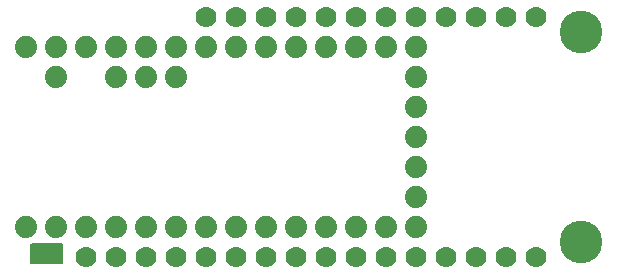
<source format=gbr>
G04 EAGLE Gerber RS-274X export*
G75*
%MOMM*%
%FSLAX34Y34*%
%LPD*%
%INSoldermask Bottom*%
%IPPOS*%
%AMOC8*
5,1,8,0,0,1.08239X$1,22.5*%
G01*
%ADD10C,3.617600*%
%ADD11C,1.778000*%
%ADD12C,1.879600*%
%ADD13R,1.270000X1.701800*%
%ADD14R,0.736600X0.304800*%

G36*
X43298Y6366D02*
X43298Y6366D01*
X43417Y6373D01*
X43455Y6386D01*
X43496Y6391D01*
X43606Y6434D01*
X43719Y6471D01*
X43754Y6493D01*
X43791Y6508D01*
X43887Y6578D01*
X43988Y6641D01*
X44016Y6671D01*
X44049Y6694D01*
X44125Y6786D01*
X44206Y6873D01*
X44226Y6908D01*
X44251Y6939D01*
X44302Y7047D01*
X44360Y7151D01*
X44370Y7191D01*
X44387Y7227D01*
X44409Y7344D01*
X44439Y7459D01*
X44443Y7520D01*
X44447Y7540D01*
X44445Y7560D01*
X44449Y7620D01*
X44449Y22860D01*
X44434Y22978D01*
X44427Y23097D01*
X44414Y23135D01*
X44409Y23176D01*
X44366Y23286D01*
X44329Y23399D01*
X44307Y23434D01*
X44292Y23471D01*
X44223Y23567D01*
X44159Y23668D01*
X44129Y23696D01*
X44106Y23729D01*
X44014Y23805D01*
X43927Y23886D01*
X43892Y23906D01*
X43861Y23931D01*
X43753Y23982D01*
X43649Y24040D01*
X43609Y24050D01*
X43573Y24067D01*
X43456Y24089D01*
X43341Y24119D01*
X43281Y24123D01*
X43261Y24127D01*
X43240Y24125D01*
X43180Y24129D01*
X17780Y24129D01*
X17662Y24114D01*
X17543Y24107D01*
X17505Y24094D01*
X17464Y24089D01*
X17354Y24046D01*
X17241Y24009D01*
X17206Y23987D01*
X17169Y23972D01*
X17073Y23903D01*
X16972Y23839D01*
X16944Y23809D01*
X16911Y23786D01*
X16836Y23694D01*
X16754Y23607D01*
X16734Y23572D01*
X16709Y23541D01*
X16658Y23433D01*
X16600Y23329D01*
X16590Y23289D01*
X16573Y23253D01*
X16551Y23136D01*
X16521Y23021D01*
X16517Y22961D01*
X16513Y22941D01*
X16514Y22934D01*
X16513Y22932D01*
X16514Y22916D01*
X16511Y22860D01*
X16511Y7620D01*
X16526Y7502D01*
X16533Y7383D01*
X16546Y7345D01*
X16551Y7304D01*
X16594Y7194D01*
X16631Y7081D01*
X16653Y7046D01*
X16668Y7009D01*
X16738Y6913D01*
X16801Y6812D01*
X16831Y6784D01*
X16854Y6751D01*
X16946Y6676D01*
X17033Y6594D01*
X17068Y6574D01*
X17099Y6549D01*
X17207Y6498D01*
X17311Y6440D01*
X17351Y6430D01*
X17387Y6413D01*
X17504Y6391D01*
X17619Y6361D01*
X17680Y6357D01*
X17700Y6353D01*
X17720Y6355D01*
X17780Y6351D01*
X43180Y6351D01*
X43298Y6366D01*
G37*
D10*
X482600Y203200D03*
X482600Y25400D03*
D11*
X444500Y12700D03*
X419100Y12700D03*
X393700Y12700D03*
X368300Y12700D03*
X342900Y12700D03*
X317500Y12700D03*
X292100Y12700D03*
X266700Y12700D03*
X241300Y12700D03*
X215900Y12700D03*
X190500Y12700D03*
X165100Y12700D03*
X139700Y12700D03*
X114300Y12700D03*
X88900Y12700D03*
X63500Y12700D03*
X165100Y215900D03*
X190500Y215900D03*
X215900Y215900D03*
X241300Y215900D03*
X266700Y215900D03*
X292100Y215900D03*
X317500Y215900D03*
X342900Y215900D03*
X368300Y215900D03*
X393700Y215900D03*
X419100Y215900D03*
X444500Y215900D03*
D12*
X12700Y38100D03*
X38100Y38100D03*
X63500Y38100D03*
X88900Y38100D03*
X114300Y38100D03*
X139700Y38100D03*
X165100Y38100D03*
X190500Y38100D03*
X215900Y38100D03*
X241300Y38100D03*
X266700Y38100D03*
X292100Y38100D03*
X317500Y38100D03*
X342900Y38100D03*
X342900Y63500D03*
X342900Y88900D03*
X342900Y114300D03*
X342900Y139700D03*
X342900Y165100D03*
X342900Y190500D03*
X317500Y190500D03*
X292100Y190500D03*
X266700Y190500D03*
X241300Y190500D03*
X215900Y190500D03*
X190500Y190500D03*
X165100Y190500D03*
X139700Y190500D03*
X114300Y190500D03*
X88900Y190500D03*
X63500Y190500D03*
X38100Y190500D03*
X12700Y190500D03*
X38100Y165100D03*
X88900Y165100D03*
X114300Y165100D03*
X139700Y165100D03*
D13*
X38100Y15240D03*
X22860Y15240D03*
D14*
X30480Y15240D03*
M02*

</source>
